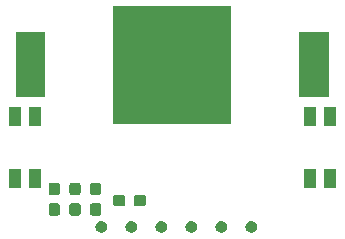
<source format=gbs>
G04 #@! TF.GenerationSoftware,KiCad,Pcbnew,5.0.1*
G04 #@! TF.CreationDate,2019-03-05T21:16:50+01:00*
G04 #@! TF.ProjectId,AnalogWatch,416E616C6F6757617463682E6B696361,rev?*
G04 #@! TF.SameCoordinates,Original*
G04 #@! TF.FileFunction,Soldermask,Bot*
G04 #@! TF.FilePolarity,Negative*
%FSLAX46Y46*%
G04 Gerber Fmt 4.6, Leading zero omitted, Abs format (unit mm)*
G04 Created by KiCad (PCBNEW 5.0.1) date Di 05 Mär 2019 21:16:50 CET*
%MOMM*%
%LPD*%
G01*
G04 APERTURE LIST*
%ADD10C,0.100000*%
G04 APERTURE END LIST*
D10*
G36*
X101745843Y-108739214D02*
X101745846Y-108739215D01*
X101745845Y-108739215D01*
X101836839Y-108776906D01*
X101891311Y-108813303D01*
X101918733Y-108831626D01*
X101988374Y-108901267D01*
X101988375Y-108901269D01*
X102043094Y-108983161D01*
X102043094Y-108983162D01*
X102080786Y-109074157D01*
X102100000Y-109170753D01*
X102100000Y-109269247D01*
X102080786Y-109365843D01*
X102080785Y-109365845D01*
X102043094Y-109456839D01*
X102006697Y-109511311D01*
X101988374Y-109538733D01*
X101918733Y-109608374D01*
X101891311Y-109626697D01*
X101836839Y-109663094D01*
X101772495Y-109689746D01*
X101745843Y-109700786D01*
X101649247Y-109720000D01*
X101550753Y-109720000D01*
X101454157Y-109700786D01*
X101427505Y-109689746D01*
X101363161Y-109663094D01*
X101308689Y-109626697D01*
X101281267Y-109608374D01*
X101211626Y-109538733D01*
X101193303Y-109511311D01*
X101156906Y-109456839D01*
X101119215Y-109365845D01*
X101119214Y-109365843D01*
X101100000Y-109269247D01*
X101100000Y-109170753D01*
X101119214Y-109074157D01*
X101156906Y-108983162D01*
X101156906Y-108983161D01*
X101211625Y-108901269D01*
X101211626Y-108901267D01*
X101281267Y-108831626D01*
X101308689Y-108813303D01*
X101363161Y-108776906D01*
X101454155Y-108739215D01*
X101454154Y-108739215D01*
X101454157Y-108739214D01*
X101550753Y-108720000D01*
X101649247Y-108720000D01*
X101745843Y-108739214D01*
X101745843Y-108739214D01*
G37*
G36*
X99205843Y-108739214D02*
X99205846Y-108739215D01*
X99205845Y-108739215D01*
X99296839Y-108776906D01*
X99351311Y-108813303D01*
X99378733Y-108831626D01*
X99448374Y-108901267D01*
X99448375Y-108901269D01*
X99503094Y-108983161D01*
X99503094Y-108983162D01*
X99540786Y-109074157D01*
X99560000Y-109170753D01*
X99560000Y-109269247D01*
X99540786Y-109365843D01*
X99540785Y-109365845D01*
X99503094Y-109456839D01*
X99466697Y-109511311D01*
X99448374Y-109538733D01*
X99378733Y-109608374D01*
X99351311Y-109626697D01*
X99296839Y-109663094D01*
X99232495Y-109689746D01*
X99205843Y-109700786D01*
X99109247Y-109720000D01*
X99010753Y-109720000D01*
X98914157Y-109700786D01*
X98887505Y-109689746D01*
X98823161Y-109663094D01*
X98768689Y-109626697D01*
X98741267Y-109608374D01*
X98671626Y-109538733D01*
X98653303Y-109511311D01*
X98616906Y-109456839D01*
X98579215Y-109365845D01*
X98579214Y-109365843D01*
X98560000Y-109269247D01*
X98560000Y-109170753D01*
X98579214Y-109074157D01*
X98616906Y-108983162D01*
X98616906Y-108983161D01*
X98671625Y-108901269D01*
X98671626Y-108901267D01*
X98741267Y-108831626D01*
X98768689Y-108813303D01*
X98823161Y-108776906D01*
X98914155Y-108739215D01*
X98914154Y-108739215D01*
X98914157Y-108739214D01*
X99010753Y-108720000D01*
X99109247Y-108720000D01*
X99205843Y-108739214D01*
X99205843Y-108739214D01*
G37*
G36*
X96665843Y-108739214D02*
X96665846Y-108739215D01*
X96665845Y-108739215D01*
X96756839Y-108776906D01*
X96811311Y-108813303D01*
X96838733Y-108831626D01*
X96908374Y-108901267D01*
X96908375Y-108901269D01*
X96963094Y-108983161D01*
X96963094Y-108983162D01*
X97000786Y-109074157D01*
X97020000Y-109170753D01*
X97020000Y-109269247D01*
X97000786Y-109365843D01*
X97000785Y-109365845D01*
X96963094Y-109456839D01*
X96926697Y-109511311D01*
X96908374Y-109538733D01*
X96838733Y-109608374D01*
X96811311Y-109626697D01*
X96756839Y-109663094D01*
X96692495Y-109689746D01*
X96665843Y-109700786D01*
X96569247Y-109720000D01*
X96470753Y-109720000D01*
X96374157Y-109700786D01*
X96347505Y-109689746D01*
X96283161Y-109663094D01*
X96228689Y-109626697D01*
X96201267Y-109608374D01*
X96131626Y-109538733D01*
X96113303Y-109511311D01*
X96076906Y-109456839D01*
X96039215Y-109365845D01*
X96039214Y-109365843D01*
X96020000Y-109269247D01*
X96020000Y-109170753D01*
X96039214Y-109074157D01*
X96076906Y-108983162D01*
X96076906Y-108983161D01*
X96131625Y-108901269D01*
X96131626Y-108901267D01*
X96201267Y-108831626D01*
X96228689Y-108813303D01*
X96283161Y-108776906D01*
X96374155Y-108739215D01*
X96374154Y-108739215D01*
X96374157Y-108739214D01*
X96470753Y-108720000D01*
X96569247Y-108720000D01*
X96665843Y-108739214D01*
X96665843Y-108739214D01*
G37*
G36*
X94125843Y-108739214D02*
X94125846Y-108739215D01*
X94125845Y-108739215D01*
X94216839Y-108776906D01*
X94271311Y-108813303D01*
X94298733Y-108831626D01*
X94368374Y-108901267D01*
X94368375Y-108901269D01*
X94423094Y-108983161D01*
X94423094Y-108983162D01*
X94460786Y-109074157D01*
X94480000Y-109170753D01*
X94480000Y-109269247D01*
X94460786Y-109365843D01*
X94460785Y-109365845D01*
X94423094Y-109456839D01*
X94386697Y-109511311D01*
X94368374Y-109538733D01*
X94298733Y-109608374D01*
X94271311Y-109626697D01*
X94216839Y-109663094D01*
X94152495Y-109689746D01*
X94125843Y-109700786D01*
X94029247Y-109720000D01*
X93930753Y-109720000D01*
X93834157Y-109700786D01*
X93807505Y-109689746D01*
X93743161Y-109663094D01*
X93688689Y-109626697D01*
X93661267Y-109608374D01*
X93591626Y-109538733D01*
X93573303Y-109511311D01*
X93536906Y-109456839D01*
X93499215Y-109365845D01*
X93499214Y-109365843D01*
X93480000Y-109269247D01*
X93480000Y-109170753D01*
X93499214Y-109074157D01*
X93536906Y-108983162D01*
X93536906Y-108983161D01*
X93591625Y-108901269D01*
X93591626Y-108901267D01*
X93661267Y-108831626D01*
X93688689Y-108813303D01*
X93743161Y-108776906D01*
X93834155Y-108739215D01*
X93834154Y-108739215D01*
X93834157Y-108739214D01*
X93930753Y-108720000D01*
X94029247Y-108720000D01*
X94125843Y-108739214D01*
X94125843Y-108739214D01*
G37*
G36*
X106825843Y-108739214D02*
X106825846Y-108739215D01*
X106825845Y-108739215D01*
X106916839Y-108776906D01*
X106971311Y-108813303D01*
X106998733Y-108831626D01*
X107068374Y-108901267D01*
X107068375Y-108901269D01*
X107123094Y-108983161D01*
X107123094Y-108983162D01*
X107160786Y-109074157D01*
X107180000Y-109170753D01*
X107180000Y-109269247D01*
X107160786Y-109365843D01*
X107160785Y-109365845D01*
X107123094Y-109456839D01*
X107086697Y-109511311D01*
X107068374Y-109538733D01*
X106998733Y-109608374D01*
X106971311Y-109626697D01*
X106916839Y-109663094D01*
X106852495Y-109689746D01*
X106825843Y-109700786D01*
X106729247Y-109720000D01*
X106630753Y-109720000D01*
X106534157Y-109700786D01*
X106507505Y-109689746D01*
X106443161Y-109663094D01*
X106388689Y-109626697D01*
X106361267Y-109608374D01*
X106291626Y-109538733D01*
X106273303Y-109511311D01*
X106236906Y-109456839D01*
X106199215Y-109365845D01*
X106199214Y-109365843D01*
X106180000Y-109269247D01*
X106180000Y-109170753D01*
X106199214Y-109074157D01*
X106236906Y-108983162D01*
X106236906Y-108983161D01*
X106291625Y-108901269D01*
X106291626Y-108901267D01*
X106361267Y-108831626D01*
X106388689Y-108813303D01*
X106443161Y-108776906D01*
X106534155Y-108739215D01*
X106534154Y-108739215D01*
X106534157Y-108739214D01*
X106630753Y-108720000D01*
X106729247Y-108720000D01*
X106825843Y-108739214D01*
X106825843Y-108739214D01*
G37*
G36*
X104285843Y-108739214D02*
X104285846Y-108739215D01*
X104285845Y-108739215D01*
X104376839Y-108776906D01*
X104431311Y-108813303D01*
X104458733Y-108831626D01*
X104528374Y-108901267D01*
X104528375Y-108901269D01*
X104583094Y-108983161D01*
X104583094Y-108983162D01*
X104620786Y-109074157D01*
X104640000Y-109170753D01*
X104640000Y-109269247D01*
X104620786Y-109365843D01*
X104620785Y-109365845D01*
X104583094Y-109456839D01*
X104546697Y-109511311D01*
X104528374Y-109538733D01*
X104458733Y-109608374D01*
X104431311Y-109626697D01*
X104376839Y-109663094D01*
X104312495Y-109689746D01*
X104285843Y-109700786D01*
X104189247Y-109720000D01*
X104090753Y-109720000D01*
X103994157Y-109700786D01*
X103967505Y-109689746D01*
X103903161Y-109663094D01*
X103848689Y-109626697D01*
X103821267Y-109608374D01*
X103751626Y-109538733D01*
X103733303Y-109511311D01*
X103696906Y-109456839D01*
X103659215Y-109365845D01*
X103659214Y-109365843D01*
X103640000Y-109269247D01*
X103640000Y-109170753D01*
X103659214Y-109074157D01*
X103696906Y-108983162D01*
X103696906Y-108983161D01*
X103751625Y-108901269D01*
X103751626Y-108901267D01*
X103821267Y-108831626D01*
X103848689Y-108813303D01*
X103903161Y-108776906D01*
X103994155Y-108739215D01*
X103994154Y-108739215D01*
X103994157Y-108739214D01*
X104090753Y-108720000D01*
X104189247Y-108720000D01*
X104285843Y-108739214D01*
X104285843Y-108739214D01*
G37*
G36*
X93803907Y-107229320D02*
X93843731Y-107241401D01*
X93880423Y-107261013D01*
X93912590Y-107287410D01*
X93938987Y-107319577D01*
X93958599Y-107356269D01*
X93970680Y-107396093D01*
X93975000Y-107439954D01*
X93975000Y-108060046D01*
X93970680Y-108103907D01*
X93958599Y-108143731D01*
X93938987Y-108180423D01*
X93912590Y-108212590D01*
X93880423Y-108238987D01*
X93843731Y-108258599D01*
X93803907Y-108270680D01*
X93760046Y-108275000D01*
X93239954Y-108275000D01*
X93196093Y-108270680D01*
X93156269Y-108258599D01*
X93119577Y-108238987D01*
X93087410Y-108212590D01*
X93061013Y-108180423D01*
X93041401Y-108143731D01*
X93029320Y-108103907D01*
X93025000Y-108060046D01*
X93025000Y-107439954D01*
X93029320Y-107396093D01*
X93041401Y-107356269D01*
X93061013Y-107319577D01*
X93087410Y-107287410D01*
X93119577Y-107261013D01*
X93156269Y-107241401D01*
X93196093Y-107229320D01*
X93239954Y-107225000D01*
X93760046Y-107225000D01*
X93803907Y-107229320D01*
X93803907Y-107229320D01*
G37*
G36*
X92053907Y-107229320D02*
X92093731Y-107241401D01*
X92130423Y-107261013D01*
X92162590Y-107287410D01*
X92188987Y-107319577D01*
X92208599Y-107356269D01*
X92220680Y-107396093D01*
X92225000Y-107439954D01*
X92225000Y-108060046D01*
X92220680Y-108103907D01*
X92208599Y-108143731D01*
X92188987Y-108180423D01*
X92162590Y-108212590D01*
X92130423Y-108238987D01*
X92093731Y-108258599D01*
X92053907Y-108270680D01*
X92010046Y-108275000D01*
X91489954Y-108275000D01*
X91446093Y-108270680D01*
X91406269Y-108258599D01*
X91369577Y-108238987D01*
X91337410Y-108212590D01*
X91311013Y-108180423D01*
X91291401Y-108143731D01*
X91279320Y-108103907D01*
X91275000Y-108060046D01*
X91275000Y-107439954D01*
X91279320Y-107396093D01*
X91291401Y-107356269D01*
X91311013Y-107319577D01*
X91337410Y-107287410D01*
X91369577Y-107261013D01*
X91406269Y-107241401D01*
X91446093Y-107229320D01*
X91489954Y-107225000D01*
X92010046Y-107225000D01*
X92053907Y-107229320D01*
X92053907Y-107229320D01*
G37*
G36*
X90303907Y-107229320D02*
X90343731Y-107241401D01*
X90380423Y-107261013D01*
X90412590Y-107287410D01*
X90438987Y-107319577D01*
X90458599Y-107356269D01*
X90470680Y-107396093D01*
X90475000Y-107439954D01*
X90475000Y-108060046D01*
X90470680Y-108103907D01*
X90458599Y-108143731D01*
X90438987Y-108180423D01*
X90412590Y-108212590D01*
X90380423Y-108238987D01*
X90343731Y-108258599D01*
X90303907Y-108270680D01*
X90260046Y-108275000D01*
X89739954Y-108275000D01*
X89696093Y-108270680D01*
X89656269Y-108258599D01*
X89619577Y-108238987D01*
X89587410Y-108212590D01*
X89561013Y-108180423D01*
X89541401Y-108143731D01*
X89529320Y-108103907D01*
X89525000Y-108060046D01*
X89525000Y-107439954D01*
X89529320Y-107396093D01*
X89541401Y-107356269D01*
X89561013Y-107319577D01*
X89587410Y-107287410D01*
X89619577Y-107261013D01*
X89656269Y-107241401D01*
X89696093Y-107229320D01*
X89739954Y-107225000D01*
X90260046Y-107225000D01*
X90303907Y-107229320D01*
X90303907Y-107229320D01*
G37*
G36*
X95853907Y-106529320D02*
X95893731Y-106541401D01*
X95930423Y-106561013D01*
X95962590Y-106587410D01*
X95988987Y-106619577D01*
X96008599Y-106656269D01*
X96020680Y-106696093D01*
X96025000Y-106739954D01*
X96025000Y-107260046D01*
X96020680Y-107303907D01*
X96008599Y-107343731D01*
X95988987Y-107380423D01*
X95962590Y-107412590D01*
X95930423Y-107438987D01*
X95893731Y-107458599D01*
X95853907Y-107470680D01*
X95810046Y-107475000D01*
X95189954Y-107475000D01*
X95146093Y-107470680D01*
X95106269Y-107458599D01*
X95069577Y-107438987D01*
X95037410Y-107412590D01*
X95011013Y-107380423D01*
X94991401Y-107343731D01*
X94979320Y-107303907D01*
X94975000Y-107260046D01*
X94975000Y-106739954D01*
X94979320Y-106696093D01*
X94991401Y-106656269D01*
X95011013Y-106619577D01*
X95037410Y-106587410D01*
X95069577Y-106561013D01*
X95106269Y-106541401D01*
X95146093Y-106529320D01*
X95189954Y-106525000D01*
X95810046Y-106525000D01*
X95853907Y-106529320D01*
X95853907Y-106529320D01*
G37*
G36*
X97603907Y-106529320D02*
X97643731Y-106541401D01*
X97680423Y-106561013D01*
X97712590Y-106587410D01*
X97738987Y-106619577D01*
X97758599Y-106656269D01*
X97770680Y-106696093D01*
X97775000Y-106739954D01*
X97775000Y-107260046D01*
X97770680Y-107303907D01*
X97758599Y-107343731D01*
X97738987Y-107380423D01*
X97712590Y-107412590D01*
X97680423Y-107438987D01*
X97643731Y-107458599D01*
X97603907Y-107470680D01*
X97560046Y-107475000D01*
X96939954Y-107475000D01*
X96896093Y-107470680D01*
X96856269Y-107458599D01*
X96819577Y-107438987D01*
X96787410Y-107412590D01*
X96761013Y-107380423D01*
X96741401Y-107343731D01*
X96729320Y-107303907D01*
X96725000Y-107260046D01*
X96725000Y-106739954D01*
X96729320Y-106696093D01*
X96741401Y-106656269D01*
X96761013Y-106619577D01*
X96787410Y-106587410D01*
X96819577Y-106561013D01*
X96856269Y-106541401D01*
X96896093Y-106529320D01*
X96939954Y-106525000D01*
X97560046Y-106525000D01*
X97603907Y-106529320D01*
X97603907Y-106529320D01*
G37*
G36*
X90303907Y-105479320D02*
X90343731Y-105491401D01*
X90380423Y-105511013D01*
X90412590Y-105537410D01*
X90438987Y-105569577D01*
X90458599Y-105606269D01*
X90470680Y-105646093D01*
X90475000Y-105689954D01*
X90475000Y-106310046D01*
X90470680Y-106353907D01*
X90458599Y-106393731D01*
X90438987Y-106430423D01*
X90412590Y-106462590D01*
X90380423Y-106488987D01*
X90343731Y-106508599D01*
X90303907Y-106520680D01*
X90260046Y-106525000D01*
X89739954Y-106525000D01*
X89696093Y-106520680D01*
X89656269Y-106508599D01*
X89619577Y-106488987D01*
X89587410Y-106462590D01*
X89561013Y-106430423D01*
X89541401Y-106393731D01*
X89529320Y-106353907D01*
X89525000Y-106310046D01*
X89525000Y-105689954D01*
X89529320Y-105646093D01*
X89541401Y-105606269D01*
X89561013Y-105569577D01*
X89587410Y-105537410D01*
X89619577Y-105511013D01*
X89656269Y-105491401D01*
X89696093Y-105479320D01*
X89739954Y-105475000D01*
X90260046Y-105475000D01*
X90303907Y-105479320D01*
X90303907Y-105479320D01*
G37*
G36*
X92053907Y-105479320D02*
X92093731Y-105491401D01*
X92130423Y-105511013D01*
X92162590Y-105537410D01*
X92188987Y-105569577D01*
X92208599Y-105606269D01*
X92220680Y-105646093D01*
X92225000Y-105689954D01*
X92225000Y-106310046D01*
X92220680Y-106353907D01*
X92208599Y-106393731D01*
X92188987Y-106430423D01*
X92162590Y-106462590D01*
X92130423Y-106488987D01*
X92093731Y-106508599D01*
X92053907Y-106520680D01*
X92010046Y-106525000D01*
X91489954Y-106525000D01*
X91446093Y-106520680D01*
X91406269Y-106508599D01*
X91369577Y-106488987D01*
X91337410Y-106462590D01*
X91311013Y-106430423D01*
X91291401Y-106393731D01*
X91279320Y-106353907D01*
X91275000Y-106310046D01*
X91275000Y-105689954D01*
X91279320Y-105646093D01*
X91291401Y-105606269D01*
X91311013Y-105569577D01*
X91337410Y-105537410D01*
X91369577Y-105511013D01*
X91406269Y-105491401D01*
X91446093Y-105479320D01*
X91489954Y-105475000D01*
X92010046Y-105475000D01*
X92053907Y-105479320D01*
X92053907Y-105479320D01*
G37*
G36*
X93803907Y-105479320D02*
X93843731Y-105491401D01*
X93880423Y-105511013D01*
X93912590Y-105537410D01*
X93938987Y-105569577D01*
X93958599Y-105606269D01*
X93970680Y-105646093D01*
X93975000Y-105689954D01*
X93975000Y-106310046D01*
X93970680Y-106353907D01*
X93958599Y-106393731D01*
X93938987Y-106430423D01*
X93912590Y-106462590D01*
X93880423Y-106488987D01*
X93843731Y-106508599D01*
X93803907Y-106520680D01*
X93760046Y-106525000D01*
X93239954Y-106525000D01*
X93196093Y-106520680D01*
X93156269Y-106508599D01*
X93119577Y-106488987D01*
X93087410Y-106462590D01*
X93061013Y-106430423D01*
X93041401Y-106393731D01*
X93029320Y-106353907D01*
X93025000Y-106310046D01*
X93025000Y-105689954D01*
X93029320Y-105646093D01*
X93041401Y-105606269D01*
X93061013Y-105569577D01*
X93087410Y-105537410D01*
X93119577Y-105511013D01*
X93156269Y-105491401D01*
X93196093Y-105479320D01*
X93239954Y-105475000D01*
X93760046Y-105475000D01*
X93803907Y-105479320D01*
X93803907Y-105479320D01*
G37*
G36*
X112150000Y-105900000D02*
X111150000Y-105900000D01*
X111150000Y-104350000D01*
X112150000Y-104350000D01*
X112150000Y-105900000D01*
X112150000Y-105900000D01*
G37*
G36*
X113850000Y-105900000D02*
X112850000Y-105900000D01*
X112850000Y-104350000D01*
X113850000Y-104350000D01*
X113850000Y-105900000D01*
X113850000Y-105900000D01*
G37*
G36*
X88850000Y-105900000D02*
X87850000Y-105900000D01*
X87850000Y-104350000D01*
X88850000Y-104350000D01*
X88850000Y-105900000D01*
X88850000Y-105900000D01*
G37*
G36*
X87150000Y-105900000D02*
X86150000Y-105900000D01*
X86150000Y-104350000D01*
X87150000Y-104350000D01*
X87150000Y-105900000D01*
X87150000Y-105900000D01*
G37*
G36*
X112150000Y-100650000D02*
X111150000Y-100650000D01*
X111150000Y-99100000D01*
X112150000Y-99100000D01*
X112150000Y-100650000D01*
X112150000Y-100650000D01*
G37*
G36*
X88850000Y-100650000D02*
X87850000Y-100650000D01*
X87850000Y-99100000D01*
X88850000Y-99100000D01*
X88850000Y-100650000D01*
X88850000Y-100650000D01*
G37*
G36*
X113850000Y-100650000D02*
X112850000Y-100650000D01*
X112850000Y-99100000D01*
X113850000Y-99100000D01*
X113850000Y-100650000D01*
X113850000Y-100650000D01*
G37*
G36*
X87150000Y-100650000D02*
X86150000Y-100650000D01*
X86150000Y-99100000D01*
X87150000Y-99100000D01*
X87150000Y-100650000D01*
X87150000Y-100650000D01*
G37*
G36*
X105000000Y-100500000D02*
X95000000Y-100500000D01*
X95000000Y-90500000D01*
X105000000Y-90500000D01*
X105000000Y-100500000D01*
X105000000Y-100500000D01*
G37*
G36*
X113250000Y-98250000D02*
X110750000Y-98250000D01*
X110750000Y-92750000D01*
X113250000Y-92750000D01*
X113250000Y-98250000D01*
X113250000Y-98250000D01*
G37*
G36*
X89250000Y-98250000D02*
X86750000Y-98250000D01*
X86750000Y-92750000D01*
X89250000Y-92750000D01*
X89250000Y-98250000D01*
X89250000Y-98250000D01*
G37*
M02*

</source>
